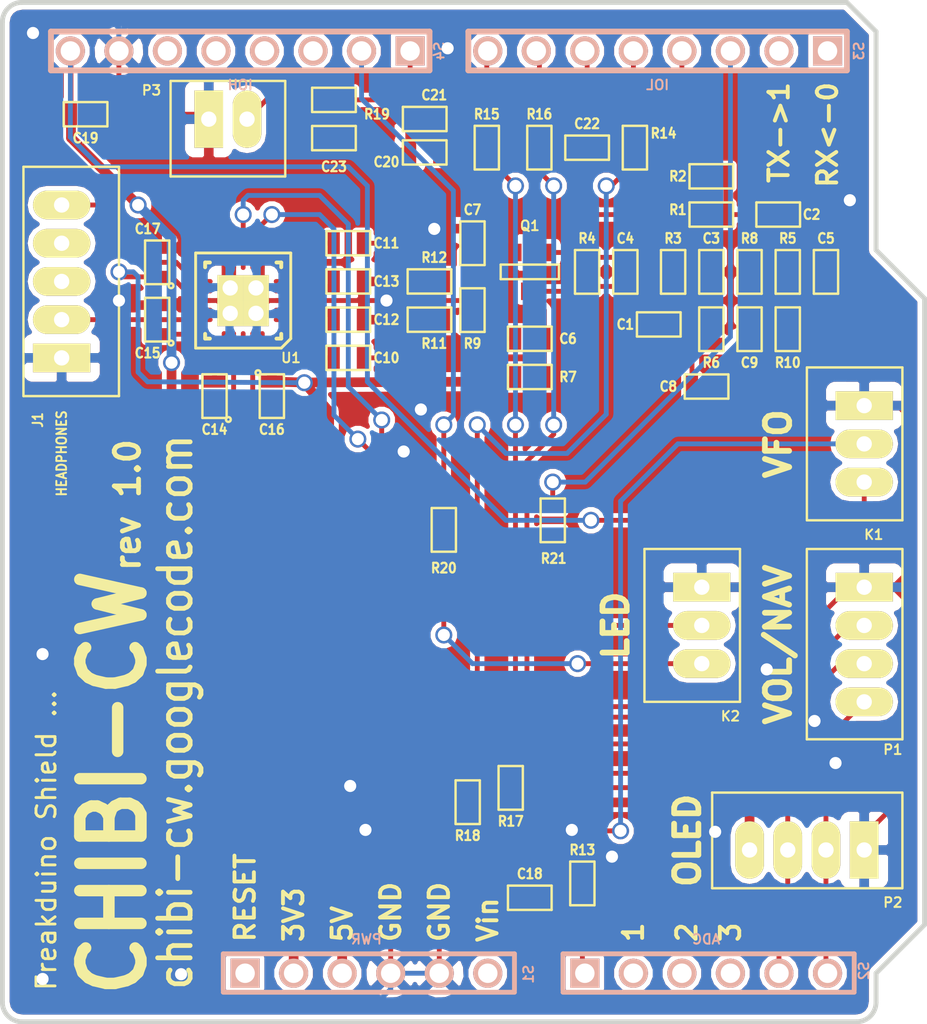
<source format=kicad_pcb>
(kicad_pcb (version 3) (host pcbnew "(2013-07-07 BZR 4022)-stable")
  (title_block (title "Chibi-CW 2.4GHz Transceiver") (rev v1.0) (company "Gruvin & Co"))
  (layers (15 F.Cu signal) (0 B.Cu signal) (18 B.Paste user) (19 F.Paste user) (20 B.SilkS user) (21 F.SilkS user) (22 B.Mask user) (23 F.Mask user) (28 Edge.Cuts user))
  (net 0 "")
  (net 1 3.3V)
  (net 2 5V)
  (net 3 AD0)
  (net 4 AD4/SDA)
  (net 5 AD5/SCL)
  (net 6 GND)
  (net 7 IO2)
  (net 8 IO3)
  (net 9 IO4)
  (net 10 IO5)
  (net 11 IO6)
  (net 12 IO7)
  (net 13 IO8)
  (net 14 IO9)
  (net 15 N-000001)
  (net 16 N-0000011)
  (net 17 N-0000012)
  (net 18 N-0000013)
  (net 19 N-0000014)
  (net 20 N-0000015)
  (net 21 N-0000016)
  (net 22 N-0000017)
  (net 23 N-0000018)
  (net 24 N-0000019)
  (net 25 N-0000020)
  (net 26 N-0000021)
  (net 27 N-0000022)
  (net 28 N-0000023)
  (net 29 N-0000025)
  (net 30 N-0000029)
  (net 31 N-000003)
  (net 32 N-0000037)
  (net 33 N-000004)
  (net 34 N-0000040)
  (net 35 N-0000041)
  (net 36 N-0000042)
  (net 37 N-000005)
  (net 38 N-0000050)
  (net 39 N-0000055)
  (net 40 N-0000056)
  (net 41 N-0000057)
  (net 42 N-0000058)
  (net 43 N-0000059)
  (net 44 N-000006)
  (net 45 N-000007)
  (net 46 N-000009)
  (module CONN_2MM_4x1 (layer F.Cu) (at 70.5 59 270)
    (fp_text reference P1 (at 5.5 -1.5 360) (layer F.SilkS) (effects (font (size 0.508 0.508) (thickness 0.1016))))
    (fp_text value CONN_4 hide)
    (pad 3 thru_hole oval (at 1 -0.00038 270) (size 1.50114 2.99974) (drill 0.8001) (layers *.Cu *.Mask F.SilkS) (net 37 N-000005))
    (pad 2 thru_hole oval (at -0.99898 -0.00038 270) (size 1.50114 2.99974) (drill 0.8001) (layers *.Cu *.Mask F.SilkS) (net 44 N-000006))
    (pad 1 thru_hole rect (at -3.0005 -0.00038 270) (size 1.50114 2.99974) (drill 0.8001) (layers *.Cu *.Mask F.SilkS) (net 6 GND))
    (pad 4 thru_hole oval (at 2.99898 -0.00038 270) (size 1.50114 2.99974) (drill 0.8001) (layers *.Cu *.Mask F.SilkS) (net 45 N-000007))
  )
  (module CONN_2MM_5x1 (layer F.Cu) (at 28.5 40 90)
    (fp_text reference J1 (at -7.25 -1.25 90) (layer F.SilkS) (effects (font (size 0.508 0.4572) (thickness 0.1016))))
    (fp_text value HEADPHONES (at -9 0 90) (layer F.SilkS) (effects (font (size 0.508 0.4572) (thickness 0.1016))))
    (pad 3 thru_hole oval (at 0 -0.00038 90) (size 1.50114 2.99974) (drill 0.8001) (layers *.Cu *.Mask F.SilkS))
    (pad 2 thru_hole oval (at -1.99898 -0.00038 90) (size 1.50114 2.99974) (drill 0.8001) (layers *.Cu *.Mask F.SilkS) (net 22 N-0000017))
    (pad 1 thru_hole rect (at -4.0005 -0.00038 90) (size 1.50114 2.99974) (drill 0.8001) (layers *.Cu *.Mask F.SilkS) (net 6 GND))
    (pad 4 thru_hole oval (at 1.99898 -0.00038 90) (size 1.50114 2.99974) (drill 0.8001) (layers *.Cu *.Mask F.SilkS))
    (pad 5 thru_hole oval (at 4.0005 -0.00038 90) (size 1.50114 2.99974) (drill 0.8001) (layers *.Cu *.Mask F.SilkS) (net 23 N-0000018))
  )
  (module pin_array_8x1 (layer B.Cu) (at 59.69 27.94 180)
    (fp_text reference S3 (at -10.541 0 450) (layer B.SilkS) (effects (font (size 0.508 0.508) (thickness 0.1016)) (justify mirror)))
    (fp_text value IOL (at 0 -1.778 180) (layer B.SilkS) (effects (font (size 0.508 0.508) (thickness 0.1016)) (justify mirror)))
    (pad 1 thru_hole rect (at -8.89 0 180) (size 1.524 1.524) (drill 1.016) (layers *.Cu *.Mask B.SilkS))
    (pad 2 thru_hole circle (at -6.35 0 180) (size 1.524 1.524) (drill 1.016) (layers *.Cu *.Mask B.SilkS))
    (pad 3 thru_hole circle (at -3.81 0 180) (size 1.524 1.524) (drill 1.016) (layers *.Cu *.Mask B.SilkS) (net 7 IO2))
    (pad 4 thru_hole circle (at -1.27 0 180) (size 1.524 1.524) (drill 1.016) (layers *.Cu *.Mask B.SilkS) (net 8 IO3))
    (pad 5 thru_hole circle (at 1.27 0 180) (size 1.524 1.524) (drill 1.016) (layers *.Cu *.Mask B.SilkS) (net 9 IO4))
    (pad 6 thru_hole circle (at 3.81 0 180) (size 1.524 1.524) (drill 1.016) (layers *.Cu *.Mask B.SilkS) (net 10 IO5))
    (pad 7 thru_hole circle (at 6.35 0 180) (size 1.524 1.524) (drill 1.016) (layers *.Cu *.Mask B.SilkS) (net 11 IO6))
    (pad 8 thru_hole circle (at 8.89 0 180) (size 1.524 1.524) (drill 1.016) (layers *.Cu *.Mask B.SilkS) (net 12 IO7))
  )
  (module pin_array_6x1 (layer B.Cu) (at 62.23 76.2)
    (fp_text reference S2 (at 8.255 -0.127 270) (layer B.SilkS) (effects (font (size 0.508 0.508) (thickness 0.1016)) (justify mirror)))
    (fp_text value ADC (at 0 -1.778) (layer B.SilkS) (effects (font (size 0.508 0.508) (thickness 0.1016)) (justify mirror)))
    (pad 1 thru_hole rect (at -6.35 0) (size 1.524 1.524) (drill 1.016) (layers *.Cu *.Mask B.SilkS) (net 3 AD0))
    (pad 2 thru_hole circle (at -3.81 0) (size 1.524 1.524) (drill 1.016) (layers *.Cu *.Mask B.SilkS))
    (pad 3 thru_hole circle (at -1.27 0) (size 1.524 1.524) (drill 1.016) (layers *.Cu *.Mask B.SilkS))
    (pad 4 thru_hole circle (at 1.27 0) (size 1.524 1.524) (drill 1.016) (layers *.Cu *.Mask B.SilkS))
    (pad 5 thru_hole circle (at 3.81 0) (size 1.524 1.524) (drill 1.016) (layers *.Cu *.Mask B.SilkS) (net 4 AD4/SDA))
    (pad 6 thru_hole circle (at 6.35 0) (size 1.524 1.524) (drill 1.016) (layers *.Cu *.Mask B.SilkS) (net 5 AD5/SCL))
  )
  (module pin_array_6x1 (layer B.Cu) (at 44.45 76.2)
    (fp_text reference S1 (at 8.4836 0.0508 270) (layer B.SilkS) (effects (font (size 0.508 0.508) (thickness 0.1016)) (justify mirror)))
    (fp_text value PWR (at 0 -1.778) (layer B.SilkS) (effects (font (size 0.508 0.508) (thickness 0.1016)) (justify mirror)))
    (pad 1 thru_hole rect (at -6.35 0) (size 1.524 1.524) (drill 1.016) (layers *.Cu *.Mask B.SilkS))
    (pad 2 thru_hole circle (at -3.81 0) (size 1.524 1.524) (drill 1.016) (layers *.Cu *.Mask B.SilkS) (net 1 3.3V))
    (pad 3 thru_hole circle (at -1.27 0) (size 1.524 1.524) (drill 1.016) (layers *.Cu *.Mask B.SilkS) (net 2 5V))
    (pad 4 thru_hole circle (at 1.27 0) (size 1.524 1.524) (drill 1.016) (layers *.Cu *.Mask B.SilkS) (net 6 GND))
    (pad 5 thru_hole circle (at 3.81 0) (size 1.524 1.524) (drill 1.016) (layers *.Cu *.Mask B.SilkS) (net 6 GND))
    (pad 6 thru_hole circle (at 6.35 0) (size 1.524 1.524) (drill 1.016) (layers *.Cu *.Mask B.SilkS))
  )
  (module pin_array_8x1 (layer B.Cu) (at 37.846 27.94 180)
    (fp_text reference S4 (at -10.414 0 450) (layer B.SilkS) (effects (font (size 0.508 0.508) (thickness 0.1016)) (justify mirror)))
    (fp_text value IOH (at 0 -1.778 180) (layer B.SilkS) (effects (font (size 0.508 0.508) (thickness 0.1016)) (justify mirror)))
    (pad 1 thru_hole rect (at -8.89 0 180) (size 1.524 1.524) (drill 1.016) (layers *.Cu *.Mask B.SilkS) (net 13 IO8))
    (pad 2 thru_hole circle (at -6.35 0 180) (size 1.524 1.524) (drill 1.016) (layers *.Cu *.Mask B.SilkS) (net 14 IO9))
    (pad 3 thru_hole circle (at -3.81 0 180) (size 1.524 1.524) (drill 1.016) (layers *.Cu *.Mask B.SilkS))
    (pad 4 thru_hole circle (at -1.27 0 180) (size 1.524 1.524) (drill 1.016) (layers *.Cu *.Mask B.SilkS))
    (pad 5 thru_hole circle (at 1.27 0 180) (size 1.524 1.524) (drill 1.016) (layers *.Cu *.Mask B.SilkS))
    (pad 6 thru_hole circle (at 3.81 0 180) (size 1.524 1.524) (drill 1.016) (layers *.Cu *.Mask B.SilkS))
    (pad 7 thru_hole circle (at 6.35 0 180) (size 1.524 1.524) (drill 1.016) (layers *.Cu *.Mask B.SilkS) (net 6 GND))
    (pad 8 thru_hole circle (at 8.89 0 180) (size 1.524 1.524) (drill 1.016) (layers *.Cu *.Mask B.SilkS) (net 1 3.3V))
  )
  (module SOT23EBC (layer F.Cu) (at 53 39.5)
    (fp_text reference Q1 (at 0 -2.413) (layer F.SilkS) (effects (font (size 0.508 0.508) (thickness 0.1016))))
    (fp_text value BC847 hide)
    (pad 1 smd rect (at -0.889 -1.016) (size 0.9144 0.9144) (layers F.Cu F.Paste F.Mask) (net 6 GND))
    (pad 2 smd rect (at 0.889 -1.016) (size 0.9144 0.9144) (layers F.Cu F.Paste F.Mask) (net 31 N-000003))
    (pad 3 smd rect (at 0 1.016) (size 0.9144 0.9144) (layers F.Cu F.Paste F.Mask) (net 42 N-0000058))
  )
  (module SM0603 (layer F.Cu) (at 53 45 180)
    (fp_text reference R7 (at -2 0 180) (layer F.SilkS) (effects (font (size 0.508 0.4572) (thickness 0.1143))))
    (fp_text value 470K hide)
    (pad 1 smd rect (at -0.762 0 180) (size 0.635 1.143) (layers F.Cu F.Paste F.Mask) (net 42 N-0000058))
    (pad 2 smd rect (at 0.762 0 180) (size 0.635 1.143) (layers F.Cu F.Paste F.Mask) (net 2 5V))
  )
  (module SM0603 (layer F.Cu) (at 62.25 45.5)
    (fp_text reference C8 (at -2 0) (layer F.SilkS) (effects (font (size 0.508 0.4572) (thickness 0.1143))))
    (fp_text value 10n hide)
    (pad 1 smd rect (at -0.762 0) (size 0.635 1.143) (layers F.Cu F.Paste F.Mask) (net 34 N-0000040))
    (pad 2 smd rect (at 0.762 0) (size 0.635 1.143) (layers F.Cu F.Paste F.Mask) (net 36 N-0000042))
  )
  (module SM0603 (layer F.Cu) (at 47.75 40 180)
    (fp_text reference R12 (at -0.25 1.25 180) (layer F.SilkS) (effects (font (size 0.508 0.4572) (thickness 0.1143))))
    (fp_text value 10K hide)
    (pad 1 smd rect (at -0.762 0 180) (size 0.635 1.143) (layers F.Cu F.Paste F.Mask) (net 26 N-0000021))
    (pad 2 smd rect (at 0.762 0 180) (size 0.635 1.143) (layers F.Cu F.Paste F.Mask) (net 18 N-0000013))
  )
  (module SM0603 (layer F.Cu) (at 47.75 42 180)
    (fp_text reference R11 (at -0.25 -1.25 180) (layer F.SilkS) (effects (font (size 0.508 0.4572) (thickness 0.1143))))
    (fp_text value 10K hide)
    (pad 1 smd rect (at -0.762 0 180) (size 0.635 1.143) (layers F.Cu F.Paste F.Mask) (net 26 N-0000021))
    (pad 2 smd rect (at 0.762 0 180) (size 0.635 1.143) (layers F.Cu F.Paste F.Mask) (net 21 N-0000016))
  )
  (module SM0603 (layer F.Cu) (at 43.5 40 180)
    (fp_text reference C13 (at -2 0 180) (layer F.SilkS) (effects (font (size 0.508 0.4572) (thickness 0.1143))))
    (fp_text value 470n hide)
    (pad 1 smd rect (at -0.762 0 180) (size 0.635 1.143) (layers F.Cu F.Paste F.Mask) (net 6 GND))
    (pad 2 smd rect (at 0.762 0 180) (size 0.635 1.143) (layers F.Cu F.Paste F.Mask) (net 16 N-0000011))
  )
  (module SM0603 (layer F.Cu) (at 43.5 38 180)
    (fp_text reference C11 (at -2 0 180) (layer F.SilkS) (effects (font (size 0.508 0.4572) (thickness 0.1143))))
    (fp_text value 470n hide)
    (pad 1 smd rect (at -0.762 0 180) (size 0.635 1.143) (layers F.Cu F.Paste F.Mask) (net 18 N-0000013))
    (pad 2 smd rect (at 0.762 0 180) (size 0.635 1.143) (layers F.Cu F.Paste F.Mask) (net 17 N-0000012))
  )
  (module SM0603 (layer F.Cu) (at 43.5 42 180)
    (fp_text reference C12 (at -2 0 180) (layer F.SilkS) (effects (font (size 0.508 0.4572) (thickness 0.1143))))
    (fp_text value 470n hide)
    (pad 1 smd rect (at -0.762 0 180) (size 0.635 1.143) (layers F.Cu F.Paste F.Mask) (net 6 GND))
    (pad 2 smd rect (at 0.762 0 180) (size 0.635 1.143) (layers F.Cu F.Paste F.Mask) (net 19 N-0000014))
  )
  (module SM0603 (layer F.Cu) (at 60.5 39.5 270)
    (fp_text reference R3 (at -1.75 0 360) (layer F.SilkS) (effects (font (size 0.508 0.4572) (thickness 0.1143))))
    (fp_text value 56K hide)
    (pad 1 smd rect (at -0.762 0 270) (size 0.635 1.143) (layers F.Cu F.Paste F.Mask) (net 38 N-0000050))
    (pad 2 smd rect (at 0.762 0 270) (size 0.635 1.143) (layers F.Cu F.Paste F.Mask) (net 41 N-0000057))
  )
  (module SM0603 (layer F.Cu) (at 62.5 39.5 270)
    (fp_text reference C3 (at -1.75 0 360) (layer F.SilkS) (effects (font (size 0.508 0.4572) (thickness 0.1143))))
    (fp_text value 2n2 hide)
    (pad 1 smd rect (at -0.762 0 270) (size 0.635 1.143) (layers F.Cu F.Paste F.Mask) (net 38 N-0000050))
    (pad 2 smd rect (at 0.762 0 270) (size 0.635 1.143) (layers F.Cu F.Paste F.Mask) (net 35 N-0000041))
  )
  (module SM0603 (layer F.Cu) (at 43.5 44 180)
    (fp_text reference C10 (at -2 0 180) (layer F.SilkS) (effects (font (size 0.508 0.4572) (thickness 0.1143))))
    (fp_text value 470n hide)
    (pad 1 smd rect (at -0.762 0 180) (size 0.635 1.143) (layers F.Cu F.Paste F.Mask) (net 21 N-0000016))
    (pad 2 smd rect (at 0.762 0 180) (size 0.635 1.143) (layers F.Cu F.Paste F.Mask) (net 20 N-0000015))
  )
  (module SM0603 (layer F.Cu) (at 62.5 42.5 270)
    (fp_text reference R6 (at 1.75 0 360) (layer F.SilkS) (effects (font (size 0.508 0.4572) (thickness 0.1143))))
    (fp_text value 1K5 hide)
    (pad 1 smd rect (at -0.762 0 270) (size 0.635 1.143) (layers F.Cu F.Paste F.Mask) (net 35 N-0000041))
    (pad 2 smd rect (at 0.762 0 270) (size 0.635 1.143) (layers F.Cu F.Paste F.Mask) (net 34 N-0000040))
  )
  (module SM0603 (layer F.Cu) (at 62.5 34.5)
    (fp_text reference R2 (at -1.75 0) (layer F.SilkS) (effects (font (size 0.508 0.4572) (thickness 0.1143))))
    (fp_text value 2K2 hide)
    (pad 1 smd rect (at -0.762 0) (size 0.635 1.143) (layers F.Cu F.Paste F.Mask) (net 8 IO3))
    (pad 2 smd rect (at 0.762 0) (size 0.635 1.143) (layers F.Cu F.Paste F.Mask) (net 46 N-000009))
  )
  (module SM0603 (layer F.Cu) (at 50 38 90)
    (fp_text reference C7 (at 1.75 0 180) (layer F.SilkS) (effects (font (size 0.508 0.4572) (thickness 0.1143))))
    (fp_text value 0u1 hide)
    (pad 1 smd rect (at -0.762 0 90) (size 0.635 1.143) (layers F.Cu F.Paste F.Mask) (net 26 N-0000021))
    (pad 2 smd rect (at 0.762 0 90) (size 0.635 1.143) (layers F.Cu F.Paste F.Mask) (net 6 GND))
  )
  (module SM0603 (layer F.Cu) (at 50 41.5 270)
    (fp_text reference R9 (at 1.75 0 360) (layer F.SilkS) (effects (font (size 0.508 0.4572) (thickness 0.1143))))
    (fp_text value 560R hide)
    (pad 1 smd rect (at -0.762 0 270) (size 0.635 1.143) (layers F.Cu F.Paste F.Mask) (net 26 N-0000021))
    (pad 2 smd rect (at 0.762 0 270) (size 0.635 1.143) (layers F.Cu F.Paste F.Mask) (net 33 N-000004))
  )
  (module SM0603 (layer F.Cu) (at 53 43 180)
    (fp_text reference C6 (at -2 0 180) (layer F.SilkS) (effects (font (size 0.508 0.4572) (thickness 0.1143))))
    (fp_text value 2u2 hide)
    (pad 1 smd rect (at -0.762 0 180) (size 0.635 1.143) (layers F.Cu F.Paste F.Mask) (net 42 N-0000058))
    (pad 2 smd rect (at 0.762 0 180) (size 0.635 1.143) (layers F.Cu F.Paste F.Mask) (net 33 N-000004))
  )
  (module SM0603 (layer F.Cu) (at 58 39.5 270)
    (fp_text reference C4 (at -1.75 0 360) (layer F.SilkS) (effects (font (size 0.508 0.4572) (thickness 0.1143))))
    (fp_text value 10n hide)
    (pad 1 smd rect (at -0.762 0 270) (size 0.635 1.143) (layers F.Cu F.Paste F.Mask) (net 31 N-000003))
    (pad 2 smd rect (at 0.762 0 270) (size 0.635 1.143) (layers F.Cu F.Paste F.Mask) (net 42 N-0000058))
  )
  (module SM0603 (layer F.Cu) (at 56 39.5 270)
    (fp_text reference R4 (at -1.75 0 360) (layer F.SilkS) (effects (font (size 0.508 0.4572) (thickness 0.1143))))
    (fp_text value 470K hide)
    (pad 1 smd rect (at -0.762 0 270) (size 0.635 1.143) (layers F.Cu F.Paste F.Mask) (net 31 N-000003))
    (pad 2 smd rect (at 0.762 0 270) (size 0.635 1.143) (layers F.Cu F.Paste F.Mask) (net 42 N-0000058))
  )
  (module SM0603 (layer F.Cu) (at 66.5 42.5 90)
    (fp_text reference R10 (at -1.75 0 180) (layer F.SilkS) (effects (font (size 0.508 0.4572) (thickness 0.1143))))
    (fp_text value 15K hide)
    (pad 1 smd rect (at -0.762 0 90) (size 0.635 1.143) (layers F.Cu F.Paste F.Mask) (net 36 N-0000042))
    (pad 2 smd rect (at 0.762 0 90) (size 0.635 1.143) (layers F.Cu F.Paste F.Mask) (net 43 N-0000059))
  )
  (module SM0603 (layer F.Cu) (at 59.75 42.25 180)
    (fp_text reference C1 (at 1.75 0 180) (layer F.SilkS) (effects (font (size 0.508 0.4572) (thickness 0.1143))))
    (fp_text value 2u2 hide)
    (pad 1 smd rect (at -0.762 0 180) (size 0.635 1.143) (layers F.Cu F.Paste F.Mask) (net 41 N-0000057))
    (pad 2 smd rect (at 0.762 0 180) (size 0.635 1.143) (layers F.Cu F.Paste F.Mask) (net 31 N-000003))
  )
  (module SM0603 (layer F.Cu) (at 64.5 42.5 90)
    (fp_text reference C9 (at -1.75 0 180) (layer F.SilkS) (effects (font (size 0.508 0.4572) (thickness 0.1143))))
    (fp_text value 10n hide)
    (pad 1 smd rect (at -0.762 0 90) (size 0.635 1.143) (layers F.Cu F.Paste F.Mask) (net 6 GND))
    (pad 2 smd rect (at 0.762 0 90) (size 0.635 1.143) (layers F.Cu F.Paste F.Mask) (net 43 N-0000059))
  )
  (module SM0603 (layer F.Cu) (at 64.5 39.5 270)
    (fp_text reference R8 (at -1.75 0 360) (layer F.SilkS) (effects (font (size 0.508 0.4572) (thickness 0.1143))))
    (fp_text value 5K6 hide)
    (pad 1 smd rect (at -0.762 0 270) (size 0.635 1.143) (layers F.Cu F.Paste F.Mask) (net 39 N-0000055))
    (pad 2 smd rect (at 0.762 0 270) (size 0.635 1.143) (layers F.Cu F.Paste F.Mask) (net 43 N-0000059))
  )
  (module SM0603 (layer F.Cu) (at 66.5 39.5 270)
    (fp_text reference R5 (at -1.75 0 360) (layer F.SilkS) (effects (font (size 0.508 0.4572) (thickness 0.1143))))
    (fp_text value 560R hide)
    (pad 1 smd rect (at -0.762 0 270) (size 0.635 1.143) (layers F.Cu F.Paste F.Mask) (net 32 N-0000037))
    (pad 2 smd rect (at 0.762 0 270) (size 0.635 1.143) (layers F.Cu F.Paste F.Mask) (net 39 N-0000055))
  )
  (module SM0603 (layer F.Cu) (at 66 36.5)
    (fp_text reference C2 (at 1.75 0) (layer F.SilkS) (effects (font (size 0.508 0.4572) (thickness 0.1143))))
    (fp_text value 2u2 hide)
    (pad 1 smd rect (at -0.762 0) (size 0.635 1.143) (layers F.Cu F.Paste F.Mask) (net 46 N-000009))
    (pad 2 smd rect (at 0.762 0) (size 0.635 1.143) (layers F.Cu F.Paste F.Mask) (net 32 N-0000037))
  )
  (module SM0603 (layer F.Cu) (at 68.5 39.5 270)
    (fp_text reference C5 (at -1.75 0 360) (layer F.SilkS) (effects (font (size 0.508 0.4572) (thickness 0.1143))))
    (fp_text value 100n hide)
    (pad 1 smd rect (at -0.762 0 270) (size 0.635 1.143) (layers F.Cu F.Paste F.Mask) (net 6 GND))
    (pad 2 smd rect (at 0.762 0 270) (size 0.635 1.143) (layers F.Cu F.Paste F.Mask) (net 39 N-0000055))
  )
  (module SM0603 (layer F.Cu) (at 62.5 36.5)
    (fp_text reference R1 (at -1.75 -0.25) (layer F.SilkS) (effects (font (size 0.508 0.4572) (thickness 0.1143))))
    (fp_text value 2K2 hide)
    (pad 1 smd rect (at -0.762 0) (size 0.635 1.143) (layers F.Cu F.Paste F.Mask) (net 10 IO5))
    (pad 2 smd rect (at 0.762 0) (size 0.635 1.143) (layers F.Cu F.Paste F.Mask) (net 46 N-000009))
  )
  (module SM0603_CPOL (layer F.Cu) (at 39.5 46 270)
    (fp_text reference C16 (at 1.75 0 360) (layer F.SilkS) (effects (font (size 0.508 0.4572) (thickness 0.1143))))
    (fp_text value 1u hide)
    (pad 1 smd rect (at -0.762 0 270) (size 0.635 1.143) (layers F.Cu F.Paste F.Mask) (net 2 5V))
    (pad 2 smd rect (at 0.762 0 270) (size 0.635 1.143) (layers F.Cu F.Paste F.Mask) (net 40 N-0000056))
  )
  (module SM0603_CPOL (layer F.Cu) (at 36.5 46 90)
    (fp_text reference C14 (at -1.75 0 180) (layer F.SilkS) (effects (font (size 0.508 0.4572) (thickness 0.1143))))
    (fp_text value 1u hide)
    (pad 1 smd rect (at -0.762 0 90) (size 0.635 1.143) (layers F.Cu F.Paste F.Mask) (net 24 N-0000019))
    (pad 2 smd rect (at 0.762 0 90) (size 0.635 1.143) (layers F.Cu F.Paste F.Mask) (net 25 N-0000020))
  )
  (module SM0603_CPOL (layer F.Cu) (at 33.5 42 90)
    (fp_text reference C15 (at -1.75 -0.5 180) (layer F.SilkS) (effects (font (size 0.508 0.4572) (thickness 0.1143))))
    (fp_text value 1u hide)
    (pad 1 smd rect (at -0.762 0 90) (size 0.635 1.143) (layers F.Cu F.Paste F.Mask) (net 27 N-0000022))
    (pad 2 smd rect (at 0.762 0 90) (size 0.635 1.143) (layers F.Cu F.Paste F.Mask) (net 6 GND))
  )
  (module SM0603_CPOL (layer F.Cu) (at 33.5 39 90)
    (fp_text reference C17 (at 1.75 -0.5 180) (layer F.SilkS) (effects (font (size 0.508 0.4572) (thickness 0.1143))))
    (fp_text value 1u hide)
    (pad 1 smd rect (at -0.762 0 90) (size 0.635 1.143) (layers F.Cu F.Paste F.Mask) (net 2 5V))
    (pad 2 smd rect (at 0.762 0 90) (size 0.635 1.143) (layers F.Cu F.Paste F.Mask) (net 6 GND))
  )
  (module SM0603 (layer F.Cu) (at 53 72.25)
    (fp_text reference C18 (at 0 -1.25) (layer F.SilkS) (effects (font (size 0.508 0.4572) (thickness 0.1143))))
    (fp_text value 100n hide)
    (pad 1 smd rect (at -0.762 0) (size 0.635 1.143) (layers F.Cu F.Paste F.Mask) (net 6 GND))
    (pad 2 smd rect (at 0.762 0) (size 0.635 1.143) (layers F.Cu F.Paste F.Mask) (net 3 AD0))
  )
  (module SM0603 (layer F.Cu) (at 55.75 71.5 90)
    (fp_text reference R13 (at 1.75 0 180) (layer F.SilkS) (effects (font (size 0.508 0.4572) (thickness 0.1143))))
    (fp_text value 200 hide)
    (pad 1 smd rect (at -0.762 0 90) (size 0.635 1.143) (layers F.Cu F.Paste F.Mask) (net 3 AD0))
    (pad 2 smd rect (at 0.762 0 90) (size 0.635 1.143) (layers F.Cu F.Paste F.Mask) (net 15 N-000001))
  )
  (module SM0603 (layer F.Cu) (at 29.75 31.25 180)
    (fp_text reference C19 (at 0 -1.25 180) (layer F.SilkS) (effects (font (size 0.508 0.4572) (thickness 0.1143))))
    (fp_text value 100n hide)
    (pad 1 smd rect (at -0.762 0 180) (size 0.635 1.143) (layers F.Cu F.Paste F.Mask) (net 6 GND))
    (pad 2 smd rect (at 0.762 0 180) (size 0.635 1.143) (layers F.Cu F.Paste F.Mask) (net 1 3.3V))
  )
  (module SM0603 (layer F.Cu) (at 50.75 33 270)
    (fp_text reference R15 (at -1.75 0 360) (layer F.SilkS) (effects (font (size 0.508 0.4572) (thickness 0.1143))))
    (fp_text value 200 hide)
    (pad 1 smd rect (at -0.762 0 270) (size 0.635 1.143) (layers F.Cu F.Paste F.Mask) (net 12 IO7))
    (pad 2 smd rect (at 0.762 0 270) (size 0.635 1.143) (layers F.Cu F.Paste F.Mask) (net 37 N-000005))
  )
  (module SM0603 (layer F.Cu) (at 58.5 33 270)
    (fp_text reference R14 (at -0.75 -1.5 360) (layer F.SilkS) (effects (font (size 0.508 0.4572) (thickness 0.1143))))
    (fp_text value 200 hide)
    (pad 1 smd rect (at -0.762 0 270) (size 0.635 1.143) (layers F.Cu F.Paste F.Mask) (net 9 IO4))
    (pad 2 smd rect (at 0.762 0 270) (size 0.635 1.143) (layers F.Cu F.Paste F.Mask) (net 45 N-000007))
  )
  (module SM0603 (layer F.Cu) (at 53.5 33 270)
    (fp_text reference R16 (at -1.75 0 360) (layer F.SilkS) (effects (font (size 0.508 0.4572) (thickness 0.1143))))
    (fp_text value 200 hide)
    (pad 1 smd rect (at -0.762 0 270) (size 0.635 1.143) (layers F.Cu F.Paste F.Mask) (net 11 IO6))
    (pad 2 smd rect (at 0.762 0 270) (size 0.635 1.143) (layers F.Cu F.Paste F.Mask) (net 44 N-000006))
  )
  (module SM0603 (layer F.Cu) (at 56 33)
    (fp_text reference C22 (at 0 -1.25) (layer F.SilkS) (effects (font (size 0.508 0.4572) (thickness 0.1143))))
    (fp_text value 100n hide)
    (pad 1 smd rect (at -0.762 0) (size 0.635 1.143) (layers F.Cu F.Paste F.Mask) (net 6 GND))
    (pad 2 smd rect (at 0.762 0) (size 0.635 1.143) (layers F.Cu F.Paste F.Mask) (net 9 IO4))
  )
  (module SM0603 (layer F.Cu) (at 47.5 31.5)
    (fp_text reference C21 (at 0.5 -1.25) (layer F.SilkS) (effects (font (size 0.508 0.4572) (thickness 0.1143))))
    (fp_text value 100n hide)
    (pad 1 smd rect (at -0.762 0) (size 0.635 1.143) (layers F.Cu F.Paste F.Mask) (net 6 GND))
    (pad 2 smd rect (at 0.762 0) (size 0.635 1.143) (layers F.Cu F.Paste F.Mask) (net 12 IO7))
  )
  (module SM0603 (layer F.Cu) (at 47.5 33.25)
    (fp_text reference C20 (at -2 0.5) (layer F.SilkS) (effects (font (size 0.508 0.4572) (thickness 0.1143))))
    (fp_text value 100n hide)
    (pad 1 smd rect (at -0.762 0) (size 0.635 1.143) (layers F.Cu F.Paste F.Mask) (net 6 GND))
    (pad 2 smd rect (at 0.762 0) (size 0.635 1.143) (layers F.Cu F.Paste F.Mask) (net 11 IO6))
  )
  (module CONN_2MM_3x1 (layer F.Cu) (at 70.5 48.5 270)
    (fp_text reference K1 (at 4.75 -0.5 360) (layer F.SilkS) (effects (font (size 0.508 0.508) (thickness 0.1016))))
    (fp_text value CONN_3 hide)
    (pad 3 thru_hole oval (at 1.99898 -0.00038 270) (size 1.50114 2.99974) (drill 0.8001) (layers *.Cu *.Mask F.SilkS) (net 1 3.3V))
    (pad 2 thru_hole oval (at 0 -0.00038 270) (size 1.50114 2.99974) (drill 0.8001) (layers *.Cu *.Mask F.SilkS) (net 15 N-000001))
    (pad 1 thru_hole rect (at -2.00152 -0.00038 270) (size 1.50114 2.99974) (drill 0.8001) (layers *.Cu *.Mask F.SilkS) (net 6 GND))
  )
  (module SM0603 (layer F.Cu) (at 49.75 67.25 270)
    (fp_text reference R18 (at 1.75 0 360) (layer F.SilkS) (effects (font (size 0.508 0.4572) (thickness 0.1143))))
    (fp_text value 2K2 hide)
    (pad 1 smd rect (at -0.762 0 270) (size 0.635 1.143) (layers F.Cu F.Paste F.Mask) (net 4 AD4/SDA))
    (pad 2 smd rect (at 0.762 0 270) (size 0.635 1.143) (layers F.Cu F.Paste F.Mask) (net 2 5V))
  )
  (module SM0603 (layer F.Cu) (at 52 66.5 270)
    (fp_text reference R17 (at 1.75 0 360) (layer F.SilkS) (effects (font (size 0.508 0.4572) (thickness 0.1143))))
    (fp_text value 2K2 hide)
    (pad 1 smd rect (at -0.762 0 270) (size 0.635 1.143) (layers F.Cu F.Paste F.Mask) (net 5 AD5/SCL))
    (pad 2 smd rect (at 0.762 0 270) (size 0.635 1.143) (layers F.Cu F.Paste F.Mask) (net 2 5V))
  )
  (module SM0603 (layer F.Cu) (at 48.5 53 270)
    (fp_text reference R20 (at 2 0 360) (layer F.SilkS) (effects (font (size 0.508 0.4572) (thickness 0.1143))))
    (fp_text value 1K5 hide)
    (pad 1 smd rect (at -0.762 0 270) (size 0.635 1.143) (layers F.Cu F.Paste F.Mask) (net 14 IO9))
    (pad 2 smd rect (at 0.762 0 270) (size 0.635 1.143) (layers F.Cu F.Paste F.Mask) (net 28 N-0000023))
  )
  (module SM0603 (layer F.Cu) (at 54.2 52.5 270)
    (fp_text reference R21 (at 2 -0.05 360) (layer F.SilkS) (effects (font (size 0.508 0.4572) (thickness 0.1143))))
    (fp_text value 1K hide)
    (pad 1 smd rect (at -0.762 0 270) (size 0.635 1.143) (layers F.Cu F.Paste F.Mask) (net 7 IO2))
    (pad 2 smd rect (at 0.762 0 270) (size 0.635 1.143) (layers F.Cu F.Paste F.Mask) (net 30 N-0000029))
  )
  (module SM0603 (layer F.Cu) (at 42.75 30.5 180)
    (fp_text reference R19 (at -2.25 -0.75 180) (layer F.SilkS) (effects (font (size 0.508 0.4572) (thickness 0.1143))))
    (fp_text value 200 hide)
    (pad 1 smd rect (at -0.762 0 180) (size 0.635 1.143) (layers F.Cu F.Paste F.Mask) (net 13 IO8))
    (pad 2 smd rect (at 0.762 0 180) (size 0.635 1.143) (layers F.Cu F.Paste F.Mask) (net 29 N-0000025))
  )
  (module SM0603 (layer F.Cu) (at 42.75 32.5)
    (fp_text reference C23 (at 0 1.5) (layer F.SilkS) (effects (font (size 0.508 0.4572) (thickness 0.1143))))
    (fp_text value 100n hide)
    (pad 1 smd rect (at -0.762 0) (size 0.635 1.143) (layers F.Cu F.Paste F.Mask) (net 6 GND))
    (pad 2 smd rect (at 0.762 0) (size 0.635 1.143) (layers F.Cu F.Paste F.Mask) (net 13 IO8))
  )
  (module CONN_2MM_4x1 (layer F.Cu) (at 67.5 69.75 180)
    (fp_text reference P2 (at -4.5 -2.75 180) (layer F.SilkS) (effects (font (size 0.508 0.508) (thickness 0.1016))))
    (fp_text value CONN_4 hide)
    (pad 3 thru_hole oval (at 1 -0.00038 180) (size 1.50114 2.99974) (drill 0.8001) (layers *.Cu *.Mask F.SilkS) (net 4 AD4/SDA))
    (pad 2 thru_hole oval (at -0.99898 -0.00038 180) (size 1.50114 2.99974) (drill 0.8001) (layers *.Cu *.Mask F.SilkS) (net 5 AD5/SCL))
    (pad 1 thru_hole rect (at -3.0005 -0.00038 180) (size 1.50114 2.99974) (drill 0.8001) (layers *.Cu *.Mask F.SilkS) (net 6 GND))
    (pad 4 thru_hole oval (at 2.99898 -0.00038 180) (size 1.50114 2.99974) (drill 0.8001) (layers *.Cu *.Mask F.SilkS) (net 2 5V))
  )
  (module CONN_2MM_3x1 (layer F.Cu) (at 62 58 270)
    (fp_text reference K2 (at 4.75 -1.5 360) (layer F.SilkS) (effects (font (size 0.508 0.508) (thickness 0.1016))))
    (fp_text value CONN_3 hide)
    (pad 3 thru_hole oval (at 1.99898 -0.00038 270) (size 1.50114 2.99974) (drill 0.8001) (layers *.Cu *.Mask F.SilkS) (net 28 N-0000023))
    (pad 2 thru_hole oval (at 0 -0.00038 270) (size 1.50114 2.99974) (drill 0.8001) (layers *.Cu *.Mask F.SilkS) (net 30 N-0000029))
    (pad 1 thru_hole rect (at -2.00152 -0.00038 270) (size 1.50114 2.99974) (drill 0.8001) (layers *.Cu *.Mask F.SilkS) (net 6 GND))
  )
  (module CONN_2MM_2x1 (layer F.Cu) (at 37.2 31.5)
    (fp_text reference P3 (at -4 -1.5) (layer F.SilkS) (effects (font (size 0.508 0.508) (thickness 0.1016))))
    (fp_text value CONN_2 hide)
    (pad 2 thru_hole oval (at 1.00152 0.00762) (size 1.50114 2.99974) (drill 0.8001) (layers *.Cu *.Mask F.SilkS) (net 29 N-0000025))
    (pad 1 thru_hole rect (at -1 0.00762) (size 1.50114 2.99974) (drill 0.8001) (layers *.Cu *.Mask F.SilkS) (net 6 GND))
  )
  (module QFN20 (layer F.Cu) (at 38 41 180)
    (fp_text reference U1 (at -2.5 -3 180) (layer F.SilkS) (effects (font (size 0.508 0.508) (thickness 0.1016))))
    (fp_text value TPA6130A2 hide)
    (pad 1 smd oval (at -2 -1 180) (size 0.8001 0.24892) (layers F.Cu F.Paste F.Mask) (net 20 N-0000015))
    (pad 2 smd oval (at -2 -0.5 180) (size 0.8001 0.24892) (layers F.Cu F.Paste F.Mask) (net 19 N-0000014))
    (pad 3 smd oval (at -2 0 180) (size 0.8001 0.24892) (layers F.Cu F.Paste F.Mask) (net 6 GND))
    (pad 4 smd oval (at -2 0.5 180) (size 0.8001 0.24892) (layers F.Cu F.Paste F.Mask) (net 16 N-0000011))
    (pad 5 smd oval (at -2 1 180) (size 0.8001 0.24892) (layers F.Cu F.Paste F.Mask) (net 17 N-0000012))
    (pad 7 smd oval (at -0.5 2 270) (size 0.8001 0.24892) (layers F.Cu F.Paste F.Mask) (net 4 AD4/SDA))
    (pad 8 smd oval (at 0 2 270) (size 0.8001 0.24892) (layers F.Cu F.Paste F.Mask) (net 5 AD5/SCL))
    (pad 9 smd oval (at 0.5 2 270) (size 0.8001 0.24892) (layers F.Cu F.Paste F.Mask) (net 6 GND))
    (pad 10 smd oval (at 1 2 270) (size 0.8001 0.24892) (layers F.Cu F.Paste F.Mask) (net 6 GND))
    (pad 6 smd oval (at -1 2 270) (size 0.8001 0.24892) (layers F.Cu F.Paste F.Mask) (net 6 GND))
    (pad 11 smd oval (at 2 1) (size 0.8001 0.24892) (layers F.Cu F.Paste F.Mask) (net 23 N-0000018))
    (pad 12 smd oval (at 2 0.5) (size 0.8001 0.24892) (layers F.Cu F.Paste F.Mask) (net 2 5V))
    (pad 13 smd oval (at 2 0) (size 0.8001 0.24892) (layers F.Cu F.Paste F.Mask) (net 6 GND))
    (pad 14 smd oval (at 2 -0.5) (size 0.8001 0.24892) (layers F.Cu F.Paste F.Mask) (net 22 N-0000017))
    (pad 15 smd oval (at 2 -1) (size 0.8001 0.24892) (layers F.Cu F.Paste F.Mask) (net 27 N-0000022))
    (pad 16 smd oval (at 1 -2 90) (size 0.8001 0.24892) (layers F.Cu F.Paste F.Mask) (net 27 N-0000022))
    (pad 17 smd oval (at 0.5 -2 90) (size 0.8001 0.24892) (layers F.Cu F.Paste F.Mask) (net 25 N-0000020))
    (pad 18 smd oval (at 0 -2 90) (size 0.8001 0.24892) (layers F.Cu F.Paste F.Mask) (net 24 N-0000019))
    (pad 19 smd oval (at -0.5 -2 90) (size 0.8001 0.24892) (layers F.Cu F.Paste F.Mask) (net 40 N-0000056))
    (pad 20 smd oval (at -1 -2 90) (size 0.8001 0.24892) (layers F.Cu F.Paste F.Mask) (net 2 5V))
    (pad 3 thru_hole rect (at 0.68 -0.67 90) (size 1.335 1.35) (drill 0.8) (layers *.Cu *.Mask F.SilkS) (net 6 GND))
    (pad 3 thru_hole rect (at -0.67 -0.67 90) (size 1.335 1.35) (drill 0.8) (layers *.Cu *.Mask F.SilkS) (net 6 GND))
    (pad 3 thru_hole rect (at -0.67 0.66 90) (size 1.335 1.35) (drill 0.8) (layers *.Cu *.Mask F.SilkS) (net 6 GND))
    (pad 3 thru_hole rect (at 0.68 0.66 90) (size 1.335 1.35) (drill 0.8) (layers *.Cu *.Mask F.SilkS) (net 6 GND))
  )
  (gr_text OLED (at 61.25 69.25 90) (layer F.SilkS) (effects (font (size 1.27 1.27) (thickness 0.3))))
  (gr_text TX->1 (at 66.04 29.464 90) (layer F.SilkS) (effects (font (size 1.016 1.016) (thickness 0.2032)) (justify right)))
  (gr_text LED (at 57.5 58 90) (layer F.SilkS) (effects (font (size 1.27 1.27) (thickness 0.3))))
  (gr_text "Freakduino Shield ..." (at 27.7 77.2 90) (layer F.SilkS) (effects (font (size 1 1)) (justify left)))
  (gr_text "rev 1.0" (at 31.95 51.7 90) (layer F.SilkS) (effects (font (size 1.27 1.27) (thickness 0.25))))
  (gr_text chibi-cw.googlecode.com (at 34.45 77.2 90) (layer F.SilkS) (effects (font (size 1.7 1.5) (thickness 0.25)) (justify left)))
  (gr_text CHIBI-CW (at 31.2 77.7 90) (layer F.SilkS) (effects (font (size 3.2 3) (thickness 0.6)) (justify left)))
  (gr_text VFO (at 66 48.5 90) (layer F.SilkS) (effects (font (size 1.27 1.27) (thickness 0.3))))
  (gr_text VOL/NAV (at 66 59 90) (layer F.SilkS) (effects (font (size 1.27 1.27) (thickness 0.3))))
  (gr_line (start 71.12 38.354) (end 71.12 26.924) (angle 90) (layer Edge.Cuts) (width 0.254))
  (gr_line (start 73.66 40.894) (end 71.12 38.354) (angle 90) (layer Edge.Cuts) (width 0.254))
  (gr_line (start 73.66 73.66) (end 73.66 40.894) (angle 90) (layer Edge.Cuts) (width 0.254))
  (gr_text RESET (at 38.1 74.676 90) (layer F.SilkS) (effects (font (size 1.016 1.016) (thickness 0.2032)) (justify left)))
  (gr_text 3V3 (at 40.64 74.676 90) (layer F.SilkS) (effects (font (size 1.016 1.016) (thickness 0.2032)) (justify left)))
  (gr_text 5V (at 43.18 74.676 90) (layer F.SilkS) (effects (font (size 1.016 1.016) (thickness 0.2032)) (justify left)))
  (gr_text GND (at 45.72 74.676 90) (layer F.SilkS) (effects (font (size 1.016 1.016) (thickness 0.2032)) (justify left)))
  (gr_text GND (at 48.26 74.676 90) (layer F.SilkS) (effects (font (size 1.016 1.016) (thickness 0.2032)) (justify left)))
  (gr_text Vin (at 50.8 74.676 90) (layer F.SilkS) (effects (font (size 1.016 1.016) (thickness 0.2032)) (justify left)))
  (gr_text 1 (at 58.42 74.676 90) (layer F.SilkS) (effects (font (size 1.016 1.016) (thickness 0.2032)) (justify left)))
  (gr_text 2 (at 61.214 74.676 90) (layer F.SilkS) (effects (font (size 1.016 1.016) (thickness 0.2032)) (justify left)))
  (gr_text 3 (at 63.5 74.676 90) (layer F.SilkS) (effects (font (size 1.016 1.016) (thickness 0.2032)) (justify left)))
  (gr_text RX<-0 (at 68.58 29.464 90) (layer F.SilkS) (effects (font (size 1.016 1.016) (thickness 0.2032)) (justify right)))
  (gr_arc (start 70.104 77.724) (end 71.12 77.724) (angle 90) (layer Edge.Cuts) (width 0.254))
  (gr_arc (start 26.416 77.724) (end 26.416 78.74) (angle 90) (layer Edge.Cuts) (width 0.254))
  (gr_arc (start 26.416 26.416) (end 25.4 26.416) (angle 90) (layer Edge.Cuts) (width 0.254))
  (gr_line (start 25.4 77.724) (end 25.4 26.416) (angle 90) (layer Edge.Cuts) (width 0.254))
  (gr_line (start 71.12 26.924) (end 69.596 25.4) (angle 90) (layer Edge.Cuts) (width 0.254))
  (gr_line (start 71.12 76.2) (end 73.66 73.66) (angle 90) (layer Edge.Cuts) (width 0.254))
  (gr_line (start 71.12 77.724) (end 71.12 76.2) (angle 90) (layer Edge.Cuts) (width 0.254))
  (gr_line (start 26.416 25.4) (end 69.596 25.4) (angle 90) (layer Edge.Cuts) (width 0.254))
  (gr_line (start 26.416 78.74) (end 70.104 78.74) (angle 90) (layer Edge.Cuts) (width 0.254))
  (segment (start 44.5 45.25) (end 51.75 52.5) (width 0.254) (layer B.Cu) (net 1))
  (segment (start 28.956 32.456) (end 30.5 34) (width 0.254) (layer B.Cu) (net 1))
  (segment (start 30.5 34) (end 43.5 34) (width 0.254) (layer B.Cu) (net 1))
  (segment (start 43.5 34) (end 44.5 35) (width 0.254) (layer B.Cu) (net 1))
  (segment (start 44.5 35) (end 44.5 45.25) (width 0.254) (layer B.Cu) (net 1))
  (segment (start 28.956 27.94) (end 28.956 32.456) (width 0.254) (layer B.Cu) (net 1))
  (segment (start 70.50038 51.69962) (end 70.50038 50.49898) (width 0.254) (layer F.Cu) (net 1))
  (segment (start 69.7 52.5) (end 70.50038 51.69962) (width 0.254) (layer F.Cu) (net 1))
  (segment (start 56.2 52.5) (end 69.7 52.5) (width 0.254) (layer F.Cu) (net 1))
  (via (at 56.2 52.5) (size 0.889) (layers F.Cu B.Cu) (net 1))
  (segment (start 51.75 52.5) (end 56.2 52.5) (width 0.254) (layer B.Cu) (net 1))
  (segment (start 28.988 31.25) (end 28.988 32.488) (width 0.508) (layer F.Cu) (net 1))
  (segment (start 28.988 32.488) (end 32.5 36) (width 0.508) (layer F.Cu) (net 1))
  (via (at 32.5 36) (size 0.889) (layers F.Cu B.Cu) (net 1))
  (segment (start 32.5 36) (end 34.25 37.75) (width 0.508) (layer B.Cu) (net 1))
  (segment (start 34.25 37.75) (end 34.25 44.25) (width 0.508) (layer B.Cu) (net 1))
  (via (at 34.25 44.25) (size 0.889) (layers F.Cu B.Cu) (net 1))
  (segment (start 34.25 44.25) (end 34.25 49.5) (width 0.508) (layer F.Cu) (net 1))
  (segment (start 34.25 49.5) (end 40.64 55.89) (width 0.508) (layer F.Cu) (net 1))
  (segment (start 40.64 55.89) (end 40.64 76.2) (width 0.508) (layer F.Cu) (net 1))
  (segment (start 28.988 31.25) (end 28.988 27.972) (width 0.254) (layer F.Cu) (net 1))
  (segment (start 28.988 27.972) (end 28.956 27.94) (width 0.254) (layer F.Cu) (net 1))
  (segment (start 28.988 31.25) (end 28.956 31.218) (width 0.254) (layer F.Cu) (net 1))
  (segment (start 52 67.262) (end 64.012 67.262) (width 0.508) (layer F.Cu) (net 2))
  (segment (start 64.50102 67.75102) (end 64.50102 69.75038) (width 0.508) (layer F.Cu) (net 2))
  (segment (start 64.012 67.262) (end 64.50102 67.75102) (width 0.508) (layer F.Cu) (net 2))
  (segment (start 49.75 68.012) (end 51.25 68.012) (width 0.508) (layer F.Cu) (net 2))
  (segment (start 51.25 68.012) (end 52 67.262) (width 0.508) (layer F.Cu) (net 2))
  (segment (start 43.18 67.5) (end 49.238 67.5) (width 0.508) (layer F.Cu) (net 2))
  (segment (start 49.238 67.5) (end 49.75 68.012) (width 0.508) (layer F.Cu) (net 2))
  (segment (start 52 67.262) (end 52.262 67.262) (width 0.254) (layer F.Cu) (net 2))
  (segment (start 52.262 67.262) (end 52.5 67.5) (width 0.254) (layer F.Cu) (net 2))
  (segment (start 52.5 67.5) (end 52 67.262) (width 0.254) (layer F.Cu) (net 2))
  (segment (start 49.75 68.012) (end 49.75 67.5) (width 0.254) (layer F.Cu) (net 2))
  (segment (start 52.5 67.5) (end 52 67.262) (width 0.254) (layer F.Cu) (net 2))
  (segment (start 52.262 67.262) (end 52.5 67.5) (width 0.254) (layer F.Cu) (net 2))
  (segment (start 41.2 45.3) (end 42.5 46.8) (width 0.508) (layer F.Cu) (net 2))
  (segment (start 42.5 66.82) (end 43.18 67.5) (width 0.508) (layer F.Cu) (net 2))
  (segment (start 42.5 46.8) (end 42.5 66.82) (width 0.508) (layer F.Cu) (net 2))
  (segment (start 41.2 45.3) (end 33 45.25) (width 0.254) (layer B.Cu) (net 2))
  (via (at 41.2 45.3) (size 0.889) (layers F.Cu B.Cu) (net 2))
  (segment (start 32.25 39.5) (end 32.5 39.75) (width 0.254) (layer B.Cu) (net 2))
  (segment (start 32.5 39.75) (end 32.5 44.75) (width 0.254) (layer B.Cu) (net 2))
  (segment (start 32.5 44.75) (end 33 45.25) (width 0.254) (layer B.Cu) (net 2))
  (segment (start 31.762 39.762) (end 33.5 39.762) (width 0.254) (layer F.Cu) (net 2))
  (via (at 31.5 39.5) (size 0.889) (layers F.Cu B.Cu) (net 2))
  (segment (start 31.762 39.762) (end 31.5 39.5) (width 0.254) (layer F.Cu) (net 2))
  (segment (start 31.5 39.5) (end 32.25 39.5) (width 0.254) (layer B.Cu) (net 2))
  (segment (start 43.18 76.2) (end 43.18 69) (width 0.508) (layer F.Cu) (net 2))
  (segment (start 43.18 69) (end 43.18 67.5) (width 0.508) (layer F.Cu) (net 2))
  (segment (start 41.2 45.3) (end 41.2 45.288) (width 0.254) (layer F.Cu) (net 2))
  (segment (start 52.238 45) (end 52 45.238) (width 0.508) (layer F.Cu) (net 2))
  (segment (start 52 45.238) (end 41.2 45.288) (width 0.508) (layer F.Cu) (net 2))
  (segment (start 41.2 45.288) (end 39.5 45.238) (width 0.508) (layer F.Cu) (net 2))
  (segment (start 39 43) (end 39 43.5) (width 0.254) (layer F.Cu) (net 2))
  (segment (start 39 43.5) (end 39.5 44) (width 0.254) (layer F.Cu) (net 2))
  (segment (start 39.5 44) (end 39.5 45.238) (width 0.508) (layer F.Cu) (net 2))
  (segment (start 36 40.5) (end 35 40.5) (width 0.254) (layer F.Cu) (net 2))
  (segment (start 35 40.5) (end 34.262 39.762) (width 0.254) (layer F.Cu) (net 2))
  (segment (start 34.262 39.762) (end 33.5 39.762) (width 0.254) (layer F.Cu) (net 2))
  (segment (start 55.75 72.262) (end 53.774 72.262) (width 0.254) (layer F.Cu) (net 3))
  (segment (start 53.774 72.262) (end 53.762 72.25) (width 0.254) (layer F.Cu) (net 3))
  (segment (start 55.75 72.262) (end 55.75 76.07) (width 0.254) (layer F.Cu) (net 3))
  (segment (start 55.75 76.07) (end 55.88 76.2) (width 0.254) (layer F.Cu) (net 3))
  (segment (start 49.75 66.488) (end 49.512 66.25) (width 0.254) (layer F.Cu) (net 4))
  (segment (start 42.75 47) (end 44 48.25) (width 0.254) (layer B.Cu) (net 4))
  (via (at 44 48.25) (size 0.889) (layers F.Cu B.Cu) (net 4))
  (segment (start 39.5 36.5) (end 42 36.5) (width 0.254) (layer B.Cu) (net 4))
  (segment (start 38.5 37.5) (end 39.5 36.5) (width 0.254) (layer F.Cu) (net 4))
  (via (at 39.5 36.5) (size 0.889) (layers F.Cu B.Cu) (net 4))
  (segment (start 38.5 37.5) (end 38.5 39) (width 0.254) (layer F.Cu) (net 4))
  (segment (start 42 36.5) (end 42.75 37.25) (width 0.254) (layer B.Cu) (net 4))
  (segment (start 42.75 37.25) (end 42.75 47) (width 0.254) (layer B.Cu) (net 4))
  (segment (start 44.75 49) (end 44 48.25) (width 0.254) (layer F.Cu) (net 4))
  (segment (start 44.75 65.5) (end 44.75 49) (width 0.254) (layer F.Cu) (net 4))
  (segment (start 45.5 66.25) (end 44.75 65.5) (width 0.254) (layer F.Cu) (net 4))
  (segment (start 49.512 66.25) (end 45.5 66.25) (width 0.254) (layer F.Cu) (net 4))
  (segment (start 49.75 66.488) (end 65.488 66.488) (width 0.254) (layer F.Cu) (net 4))
  (segment (start 66.5 67.5) (end 66.5 69.75038) (width 0.254) (layer F.Cu) (net 4))
  (segment (start 65.488 66.488) (end 66.5 67.5) (width 0.254) (layer F.Cu) (net 4))
  (segment (start 49.738 66.5) (end 49.75 66.488) (width 0.254) (layer F.Cu) (net 4))
  (segment (start 66.5 69.75038) (end 66.5 71.75) (width 0.254) (layer F.Cu) (net 4))
  (segment (start 66.5 71.75) (end 66.04 72.21) (width 0.254) (layer F.Cu) (net 4))
  (segment (start 66.04 72.21) (end 66.04 76.2) (width 0.254) (layer F.Cu) (net 4))
  (segment (start 52 65.738) (end 66.738 65.738) (width 0.254) (layer F.Cu) (net 5))
  (segment (start 68.49898 67.49898) (end 68.49898 69.75038) (width 0.254) (layer F.Cu) (net 5))
  (segment (start 66.738 65.738) (end 68.49898 67.49898) (width 0.254) (layer F.Cu) (net 5))
  (segment (start 45.25 47.25) (end 45.25 65.238) (width 0.254) (layer F.Cu) (net 5))
  (segment (start 43.5 45.5) (end 45.25 47.25) (width 0.254) (layer B.Cu) (net 5))
  (via (at 45.25 47.25) (size 0.889) (layers F.Cu B.Cu) (net 5))
  (segment (start 43.5 37) (end 42 35.5) (width 0.254) (layer B.Cu) (net 5))
  (segment (start 38 35.75) (end 38.25 35.5) (width 0.254) (layer B.Cu) (net 5))
  (segment (start 38.25 35.5) (end 42 35.5) (width 0.254) (layer B.Cu) (net 5))
  (via (at 38 36.5) (size 0.889) (layers F.Cu B.Cu) (net 5))
  (segment (start 38 39) (end 38 36.5) (width 0.254) (layer F.Cu) (net 5))
  (segment (start 38 36.5) (end 38 35.75) (width 0.254) (layer B.Cu) (net 5))
  (segment (start 43.5 37) (end 43.5 45.5) (width 0.254) (layer B.Cu) (net 5))
  (segment (start 45.75 65.738) (end 52 65.738) (width 0.254) (layer F.Cu) (net 5))
  (segment (start 45.25 65.238) (end 45.75 65.738) (width 0.254) (layer F.Cu) (net 5))
  (segment (start 52 65.738) (end 52.238 65.5) (width 0.254) (layer F.Cu) (net 5))
  (segment (start 51.762 65.5) (end 52 65.738) (width 0.254) (layer F.Cu) (net 5))
  (segment (start 52 65.738) (end 52.262 65.738) (width 0.254) (layer F.Cu) (net 5))
  (segment (start 52.5 65.5) (end 52 65.738) (width 0.254) (layer F.Cu) (net 5))
  (segment (start 52.262 65.738) (end 52.5 65.5) (width 0.254) (layer F.Cu) (net 5))
  (segment (start 52 65.738) (end 52.512 65.738) (width 0.254) (layer F.Cu) (net 5))
  (segment (start 68.58 76.2) (end 68.49898 76.11898) (width 0.254) (layer F.Cu) (net 5))
  (segment (start 68.49898 76.11898) (end 68.49898 69.75038) (width 0.254) (layer F.Cu) (net 5))
  (segment (start 45.72 70.02) (end 53.88 70.02) (width 0.254) (layer F.Cu) (net 6))
  (segment (start 61.4 70.1) (end 62.7 68.8) (width 0.254) (layer F.Cu) (net 6))
  (via (at 62.7 68.8) (size 0.889) (layers F.Cu B.Cu) (net 6))
  (via (at 57.3 70.1) (size 0.889) (layers F.Cu B.Cu) (net 6))
  (segment (start 56.6 70.1) (end 57.3 70.1) (width 0.254) (layer B.Cu) (net 6))
  (segment (start 55.2 68.7) (end 56.6 70.1) (width 0.254) (layer B.Cu) (net 6))
  (via (at 55.2 68.7) (size 0.889) (layers F.Cu B.Cu) (net 6))
  (segment (start 57.3 70.1) (end 61.4 70.1) (width 0.254) (layer F.Cu) (net 6))
  (segment (start 53.88 70.02) (end 55.2 68.7) (width 0.254) (layer F.Cu) (net 6))
  (segment (start 36 41) (end 36.65 41) (width 0.254) (layer F.Cu) (net 6))
  (segment (start 36.65 41) (end 37.32 41.67) (width 0.254) (layer F.Cu) (net 6))
  (segment (start 37 39) (end 37 40.02) (width 0.254) (layer F.Cu) (net 6))
  (segment (start 37 40.02) (end 37.32 40.34) (width 0.254) (layer F.Cu) (net 6))
  (segment (start 37.5 39) (end 37.5 40.16) (width 0.254) (layer F.Cu) (net 6))
  (segment (start 37.5 40.16) (end 37.32 40.34) (width 0.254) (layer F.Cu) (net 6))
  (segment (start 39 39) (end 39 40.01) (width 0.254) (layer F.Cu) (net 6))
  (segment (start 39 40.01) (end 38.67 40.34) (width 0.254) (layer F.Cu) (net 6))
  (segment (start 38.67 41.67) (end 37.32 41.67) (width 0.254) (layer F.Cu) (net 6))
  (segment (start 37.32 41.67) (end 37.32 40.34) (width 0.254) (layer F.Cu) (net 6))
  (segment (start 37.32 40.34) (end 38.67 40.34) (width 0.254) (layer F.Cu) (net 6))
  (segment (start 38.67 40.34) (end 38.67 41.67) (width 0.254) (layer F.Cu) (net 6))
  (segment (start 40 41) (end 39.34 41) (width 0.254) (layer F.Cu) (net 6))
  (segment (start 39.34 41) (end 38.67 41.67) (width 0.254) (layer F.Cu) (net 6))
  (segment (start 36.2 31.50762) (end 35.94238 31.25) (width 0.254) (layer F.Cu) (net 6))
  (segment (start 35.94238 31.25) (end 31.496 31.25) (width 0.254) (layer F.Cu) (net 6))
  (segment (start 45.5 41) (end 45.5 44.9) (width 0.254) (layer B.Cu) (net 6))
  (via (at 46.4 48.9) (size 0.889) (layers F.Cu B.Cu) (net 6))
  (segment (start 46.4 47.6) (end 46.4 48.9) (width 0.254) (layer F.Cu) (net 6))
  (segment (start 47.3 46.7) (end 46.4 47.6) (width 0.254) (layer F.Cu) (net 6))
  (via (at 47.3 46.7) (size 0.889) (layers F.Cu B.Cu) (net 6))
  (segment (start 45.5 44.9) (end 47.3 46.7) (width 0.254) (layer B.Cu) (net 6))
  (segment (start 31.496 27.94) (end 31.496 27.004) (width 0.254) (layer B.Cu) (net 6))
  (via (at 48.7 27.8) (size 0.889) (layers F.Cu B.Cu) (net 6))
  (segment (start 48.7 26.8) (end 48.7 27.8) (width 0.254) (layer B.Cu) (net 6))
  (segment (start 48.2 26.3) (end 48.7 26.8) (width 0.254) (layer B.Cu) (net 6))
  (segment (start 32.2 26.3) (end 48.2 26.3) (width 0.254) (layer B.Cu) (net 6))
  (segment (start 31.496 27.004) (end 32.2 26.3) (width 0.254) (layer B.Cu) (net 6))
  (segment (start 67.9 63) (end 67.9 64.1) (width 0.254) (layer B.Cu) (net 6))
  (segment (start 69.7005 55.9995) (end 65.4 60.3) (width 0.254) (layer F.Cu) (net 6))
  (via (at 65.4 60.3) (size 0.889) (layers F.Cu B.Cu) (net 6))
  (segment (start 65.4 60.3) (end 67.9 62.8) (width 0.254) (layer B.Cu) (net 6))
  (segment (start 67.9 62.8) (end 67.9 63) (width 0.254) (layer B.Cu) (net 6))
  (via (at 67.9 63) (size 0.889) (layers F.Cu B.Cu) (net 6))
  (segment (start 70.50038 55.9995) (end 69.7005 55.9995) (width 0.254) (layer F.Cu) (net 6))
  (via (at 69 65.2) (size 0.889) (layers F.Cu B.Cu) (net 6))
  (segment (start 67.9 64.1) (end 69 65.2) (width 0.254) (layer B.Cu) (net 6))
  (segment (start 45.72 76.2) (end 45.72 70.02) (width 0.254) (layer F.Cu) (net 6))
  (via (at 43.6 66.4) (size 0.889) (layers F.Cu B.Cu) (net 6))
  (segment (start 43.6 67.9) (end 43.6 66.4) (width 0.254) (layer B.Cu) (net 6))
  (segment (start 44.4 68.7) (end 43.6 67.9) (width 0.254) (layer B.Cu) (net 6))
  (via (at 44.4 68.7) (size 0.889) (layers F.Cu B.Cu) (net 6))
  (segment (start 45.72 70.02) (end 44.4 68.7) (width 0.254) (layer F.Cu) (net 6))
  (segment (start 27 27) (end 27.75 26.25) (width 0.254) (layer B.Cu) (net 6))
  (segment (start 26.25 27.75) (end 27 27) (width 0.254) (layer B.Cu) (net 6))
  (via (at 27 27) (size 0.889) (layers F.Cu B.Cu) (net 6))
  (segment (start 26.25 44.5) (end 26.25 27.75) (width 0.254) (layer B.Cu) (net 6))
  (segment (start 31.496 26.746) (end 31.496 27.94) (width 0.254) (layer B.Cu) (net 6))
  (segment (start 31 26.25) (end 31.496 26.746) (width 0.254) (layer B.Cu) (net 6))
  (segment (start 27.75 26.25) (end 31 26.25) (width 0.254) (layer B.Cu) (net 6))
  (segment (start 41.988 32.5) (end 40.488 34) (width 0.254) (layer F.Cu) (net 6))
  (segment (start 40.488 34) (end 39.5 34) (width 0.254) (layer F.Cu) (net 6))
  (segment (start 41.988 32.5) (end 41.75 32.5) (width 0.254) (layer F.Cu) (net 6))
  (segment (start 70.5005 69.75038) (end 70.5005 68.9995) (width 0.254) (layer F.Cu) (net 6))
  (segment (start 71.9995 55.9995) (end 70.50038 55.9995) (width 0.254) (layer F.Cu) (net 6))
  (segment (start 73 57) (end 71.9995 55.9995) (width 0.254) (layer F.Cu) (net 6))
  (segment (start 73 66.5) (end 73 57) (width 0.254) (layer F.Cu) (net 6))
  (segment (start 70.5005 68.9995) (end 73 66.5) (width 0.254) (layer F.Cu) (net 6))
  (segment (start 70.50038 55.9995) (end 72.0005 55.9995) (width 0.254) (layer F.Cu) (net 6))
  (segment (start 72.24848 46.49848) (end 70.50038 46.49848) (width 0.254) (layer F.Cu) (net 6))
  (segment (start 72.75 47) (end 72.24848 46.49848) (width 0.254) (layer F.Cu) (net 6))
  (segment (start 72.75 55.25) (end 72.75 47) (width 0.254) (layer F.Cu) (net 6))
  (segment (start 72.0005 55.9995) (end 72.75 55.25) (width 0.254) (layer F.Cu) (net 6))
  (segment (start 62.00038 55.99848) (end 70.49936 55.99848) (width 0.254) (layer F.Cu) (net 6))
  (segment (start 70.49936 55.99848) (end 70.50038 55.9995) (width 0.254) (layer F.Cu) (net 6))
  (segment (start 70.50038 46.49848) (end 70.50038 42.25038) (width 0.254) (layer F.Cu) (net 6))
  (segment (start 70.50038 42.25038) (end 70 41.75) (width 0.254) (layer F.Cu) (net 6))
  (segment (start 68.5 38.738) (end 68.5 37) (width 0.254) (layer F.Cu) (net 6))
  (via (at 69.75 35.75) (size 0.889) (layers F.Cu B.Cu) (net 6))
  (segment (start 68.5 37) (end 69.75 35.75) (width 0.254) (layer F.Cu) (net 6))
  (segment (start 26.25 59.5) (end 27.5 59.5) (width 0.254) (layer B.Cu) (net 6))
  (via (at 27.5 59.5) (size 0.889) (layers F.Cu B.Cu) (net 6))
  (segment (start 26.25 76.5) (end 27.5 76.5) (width 0.254) (layer B.Cu) (net 6))
  (via (at 27.5 76.5) (size 0.889) (layers F.Cu B.Cu) (net 6))
  (segment (start 34.75 77.75) (end 34.75 76.25) (width 0.254) (layer B.Cu) (net 6))
  (via (at 34.75 76.25) (size 0.889) (layers F.Cu B.Cu) (net 6))
  (segment (start 52.238 72.25) (end 49.75 72.25) (width 0.254) (layer F.Cu) (net 6))
  (segment (start 48.26 73.74) (end 48.26 76.2) (width 0.254) (layer F.Cu) (net 6))
  (segment (start 49.75 72.25) (end 48.26 73.74) (width 0.254) (layer F.Cu) (net 6))
  (segment (start 44.75 36.25) (end 41.75 36.25) (width 0.254) (layer F.Cu) (net 6))
  (segment (start 30.512 31.25) (end 31.496 31.25) (width 0.254) (layer F.Cu) (net 6))
  (segment (start 31.496 31.25) (end 31.5 31.25) (width 0.254) (layer F.Cu) (net 6))
  (segment (start 31.5 31.25) (end 31.496 31.25) (width 0.254) (layer F.Cu) (net 6))
  (segment (start 55 36.5) (end 48.25 36.5) (width 0.254) (layer F.Cu) (net 6))
  (segment (start 55.238 36.262) (end 55 36.5) (width 0.254) (layer F.Cu) (net 6))
  (segment (start 55.238 33) (end 55.238 36.262) (width 0.254) (layer F.Cu) (net 6))
  (segment (start 48 36.75) (end 48 37.25) (width 0.254) (layer F.Cu) (net 6))
  (segment (start 48.25 36.5) (end 48 36.75) (width 0.254) (layer F.Cu) (net 6))
  (segment (start 46.738 33.25) (end 46.738 35.988) (width 0.254) (layer F.Cu) (net 6))
  (segment (start 46.738 35.988) (end 48 37.25) (width 0.254) (layer F.Cu) (net 6))
  (segment (start 48 37.25) (end 45.75 37.25) (width 0.254) (layer F.Cu) (net 6))
  (segment (start 45.75 37.25) (end 44.75 36.25) (width 0.254) (layer F.Cu) (net 6))
  (segment (start 41.75 36.25) (end 39.5 34) (width 0.254) (layer F.Cu) (net 6))
  (segment (start 39.5 34) (end 33.5 34) (width 0.254) (layer F.Cu) (net 6))
  (segment (start 45 77.75) (end 34.75 77.75) (width 0.254) (layer B.Cu) (net 6))
  (segment (start 34.75 77.75) (end 27.5 77.75) (width 0.254) (layer B.Cu) (net 6))
  (segment (start 45.72 77.03) (end 45 77.75) (width 0.254) (layer B.Cu) (net 6))
  (segment (start 45.72 76.2) (end 45.72 77.03) (width 0.254) (layer B.Cu) (net 6))
  (segment (start 26.7495 44.0005) (end 28.49962 44.0005) (width 0.254) (layer B.Cu) (net 6))
  (segment (start 26.25 44.5) (end 26.7495 44.0005) (width 0.254) (layer B.Cu) (net 6))
  (segment (start 26.25 76.5) (end 26.25 63.75) (width 0.254) (layer B.Cu) (net 6))
  (segment (start 26.25 63.75) (end 26.25 59.5) (width 0.254) (layer B.Cu) (net 6))
  (segment (start 26.25 59.5) (end 26.25 44.5) (width 0.254) (layer B.Cu) (net 6))
  (segment (start 27.5 77.75) (end 26.25 76.5) (width 0.254) (layer B.Cu) (net 6))
  (segment (start 39 39) (end 41.75 36.25) (width 0.254) (layer F.Cu) (net 6))
  (segment (start 33.5 41.238) (end 31.738 41.238) (width 0.254) (layer F.Cu) (net 6))
  (via (at 31.5 41) (size 0.889) (layers F.Cu B.Cu) (net 6))
  (segment (start 31.5 41) (end 31.5 43.5) (width 0.254) (layer B.Cu) (net 6))
  (segment (start 31.5 43.5) (end 31 44) (width 0.254) (layer B.Cu) (net 6))
  (segment (start 31 44) (end 28.50012 44) (width 0.254) (layer B.Cu) (net 6))
  (segment (start 28.50012 44) (end 28.49962 44.0005) (width 0.254) (layer B.Cu) (net 6))
  (segment (start 31.738 41.238) (end 31.5 41) (width 0.254) (layer F.Cu) (net 6))
  (segment (start 64.5 43.262) (end 64.738 43.262) (width 0.254) (layer F.Cu) (net 6))
  (segment (start 69.488 38.738) (end 68.5 38.738) (width 0.254) (layer F.Cu) (net 6))
  (segment (start 70 39.25) (end 69.488 38.738) (width 0.254) (layer F.Cu) (net 6))
  (segment (start 70 41.5) (end 70 39.25) (width 0.254) (layer F.Cu) (net 6))
  (segment (start 69 42.5) (end 70 41.5) (width 0.254) (layer F.Cu) (net 6))
  (segment (start 65.5 42.5) (end 69 42.5) (width 0.254) (layer F.Cu) (net 6))
  (segment (start 64.738 43.262) (end 65.5 42.5) (width 0.254) (layer F.Cu) (net 6))
  (segment (start 50 37.238) (end 51.488 37.238) (width 0.254) (layer F.Cu) (net 6))
  (segment (start 51.488 37.238) (end 52.111 37.861) (width 0.254) (layer F.Cu) (net 6))
  (segment (start 52.111 37.861) (end 52.111 38.484) (width 0.254) (layer F.Cu) (net 6))
  (segment (start 44.262 41) (end 45.5 41) (width 0.254) (layer F.Cu) (net 6))
  (via (at 48 37.25) (size 0.889) (layers F.Cu B.Cu) (net 6))
  (segment (start 48 38.5) (end 48 37.25) (width 0.254) (layer B.Cu) (net 6))
  (segment (start 45.5 41) (end 48 38.5) (width 0.254) (layer B.Cu) (net 6))
  (via (at 45.5 41) (size 0.889) (layers F.Cu B.Cu) (net 6))
  (segment (start 48 37.25) (end 48.012 37.238) (width 0.254) (layer F.Cu) (net 6))
  (segment (start 48.012 37.238) (end 50 37.238) (width 0.254) (layer F.Cu) (net 6))
  (segment (start 44.262 42) (end 44.262 41) (width 0.254) (layer F.Cu) (net 6))
  (segment (start 44.262 41) (end 44.262 40) (width 0.254) (layer F.Cu) (net 6))
  (segment (start 40 41) (end 44 41) (width 0.254) (layer F.Cu) (net 6))
  (segment (start 44.262 40.738) (end 44.262 40) (width 0.254) (layer F.Cu) (net 6))
  (segment (start 44 41) (end 44.262 40.738) (width 0.254) (layer F.Cu) (net 6))
  (segment (start 37.5 39) (end 37.5 38) (width 0.254) (layer F.Cu) (net 6))
  (segment (start 37.5 38) (end 37 38) (width 0.254) (layer F.Cu) (net 6))
  (segment (start 37 39) (end 37 38) (width 0.254) (layer F.Cu) (net 6))
  (segment (start 37 38) (end 37 37) (width 0.254) (layer F.Cu) (net 6))
  (segment (start 36 36) (end 33.5 36) (width 0.254) (layer F.Cu) (net 6))
  (segment (start 37 37) (end 36 36) (width 0.254) (layer F.Cu) (net 6))
  (segment (start 33.5 38.238) (end 33.5 36) (width 0.254) (layer F.Cu) (net 6))
  (segment (start 33.5 36) (end 33.5 34) (width 0.254) (layer F.Cu) (net 6))
  (segment (start 31.496 31.996) (end 31.496 31.25) (width 0.254) (layer F.Cu) (net 6))
  (segment (start 31.496 31.25) (end 31.496 27.94) (width 0.254) (layer F.Cu) (net 6))
  (segment (start 33.5 34) (end 31.496 31.996) (width 0.254) (layer F.Cu) (net 6))
  (segment (start 36 41) (end 33.738 41) (width 0.254) (layer F.Cu) (net 6))
  (segment (start 33.738 41) (end 33.5 41.238) (width 0.254) (layer F.Cu) (net 6))
  (segment (start 45.72 76.2) (end 48.26 76.2) (width 0.254) (layer B.Cu) (net 6))
  (segment (start 46.738 34.488) (end 46.738 33.25) (width 0.254) (layer F.Cu) (net 6))
  (segment (start 46.738 33.25) (end 46.738 31.5) (width 0.254) (layer F.Cu) (net 6))
  (segment (start 54.2 51.738) (end 54.2 50.5) (width 0.254) (layer F.Cu) (net 7))
  (segment (start 63.5 42.9) (end 55.9 50.5) (width 0.254) (layer B.Cu) (net 7))
  (segment (start 55.9 50.5) (end 54.2 50.5) (width 0.254) (layer B.Cu) (net 7))
  (via (at 54.2 50.5) (size 0.889) (layers F.Cu B.Cu) (net 7))
  (segment (start 63.5 42.9) (end 63.5 27.94) (width 0.254) (layer B.Cu) (net 7))
  (segment (start 61.738 34.5) (end 60.96 33.722) (width 0.254) (layer F.Cu) (net 8))
  (segment (start 60.96 33.722) (end 60.96 27.94) (width 0.254) (layer F.Cu) (net 8))
  (segment (start 58.42 27.94) (end 58.42 32.158) (width 0.254) (layer F.Cu) (net 9))
  (segment (start 57.604 32.158) (end 56.762 33) (width 0.254) (layer F.Cu) (net 9))
  (segment (start 58.42 32.158) (end 57.604 32.158) (width 0.254) (layer F.Cu) (net 9))
  (segment (start 55.88 27.94) (end 56 28.06) (width 0.254) (layer F.Cu) (net 10))
  (segment (start 56.5 36.5) (end 61.738 36.5) (width 0.254) (layer F.Cu) (net 10))
  (segment (start 56 36) (end 56.5 36.5) (width 0.254) (layer F.Cu) (net 10))
  (segment (start 56 28.06) (end 56 36) (width 0.254) (layer F.Cu) (net 10))
  (segment (start 53.5 32.238) (end 52.762 32.238) (width 0.254) (layer F.Cu) (net 11))
  (segment (start 48.512 33) (end 48.262 33.25) (width 0.254) (layer F.Cu) (net 11))
  (segment (start 52 33) (end 48.512 33) (width 0.254) (layer F.Cu) (net 11))
  (segment (start 52.762 32.238) (end 52 33) (width 0.254) (layer F.Cu) (net 11))
  (segment (start 53.5 32.238) (end 53.5 28.1) (width 0.254) (layer F.Cu) (net 11))
  (segment (start 53.5 28.1) (end 53.34 27.94) (width 0.254) (layer F.Cu) (net 11))
  (segment (start 48.262 31.5) (end 50.75 31.5) (width 0.254) (layer F.Cu) (net 12))
  (segment (start 50.75 32.238) (end 50.75 31.5) (width 0.254) (layer F.Cu) (net 12))
  (segment (start 50.75 31.5) (end 50.75 27.99) (width 0.254) (layer F.Cu) (net 12))
  (segment (start 50.75 27.99) (end 50.8 27.94) (width 0.254) (layer F.Cu) (net 12))
  (segment (start 43.512 32.5) (end 43.512 30.5) (width 0.254) (layer F.Cu) (net 13))
  (segment (start 43.512 30.5) (end 45.75 30.5) (width 0.254) (layer F.Cu) (net 13))
  (segment (start 46.736 29.514) (end 46.736 27.94) (width 0.254) (layer F.Cu) (net 13))
  (segment (start 45.75 30.5) (end 46.736 29.514) (width 0.254) (layer F.Cu) (net 13))
  (segment (start 48.5 52.238) (end 48.5 47.5) (width 0.254) (layer F.Cu) (net 14))
  (segment (start 44.196 30.446) (end 44.196 27.94) (width 0.254) (layer B.Cu) (net 14))
  (via (at 48.5 47.5) (size 0.889) (layers F.Cu B.Cu) (net 14))
  (segment (start 49 47) (end 48.5 47.5) (width 0.254) (layer B.Cu) (net 14))
  (segment (start 49 35.25) (end 49 47) (width 0.254) (layer B.Cu) (net 14))
  (segment (start 44.196 30.446) (end 49 35.25) (width 0.254) (layer B.Cu) (net 14))
  (segment (start 57.75 68.75) (end 57.75 51.5) (width 0.254) (layer B.Cu) (net 15))
  (segment (start 55.75 69.75) (end 56.75 68.75) (width 0.254) (layer F.Cu) (net 15))
  (segment (start 56.75 68.75) (end 57.75 68.75) (width 0.254) (layer F.Cu) (net 15))
  (via (at 57.75 68.75) (size 0.889) (layers F.Cu B.Cu) (net 15))
  (segment (start 55.75 70.738) (end 55.75 69.75) (width 0.254) (layer F.Cu) (net 15))
  (segment (start 60.75 48.5) (end 70.50038 48.5) (width 0.254) (layer B.Cu) (net 15))
  (segment (start 57.75 51.5) (end 60.75 48.5) (width 0.254) (layer B.Cu) (net 15))
  (segment (start 40 40.5) (end 42.238 40.5) (width 0.254) (layer F.Cu) (net 16))
  (segment (start 42.238 40.5) (end 42.738 40) (width 0.254) (layer F.Cu) (net 16))
  (segment (start 40 40) (end 40.5 40) (width 0.254) (layer F.Cu) (net 17))
  (segment (start 41.5 38) (end 42.738 38) (width 0.254) (layer F.Cu) (net 17))
  (segment (start 41 38.5) (end 41.5 38) (width 0.254) (layer F.Cu) (net 17))
  (segment (start 41 39.5) (end 41 38.5) (width 0.254) (layer F.Cu) (net 17))
  (segment (start 40.5 40) (end 41 39.5) (width 0.254) (layer F.Cu) (net 17))
  (segment (start 44.262 38) (end 46.5 38) (width 0.254) (layer F.Cu) (net 18))
  (segment (start 46.988 38.488) (end 46.988 40) (width 0.254) (layer F.Cu) (net 18))
  (segment (start 46.5 38) (end 46.988 38.488) (width 0.254) (layer F.Cu) (net 18))
  (segment (start 40 41.5) (end 42.238 41.5) (width 0.254) (layer F.Cu) (net 19))
  (segment (start 42.238 41.5) (end 42.738 42) (width 0.254) (layer F.Cu) (net 19))
  (segment (start 40 42) (end 40.5 42) (width 0.254) (layer F.Cu) (net 20))
  (segment (start 41.5 44) (end 42.738 44) (width 0.254) (layer F.Cu) (net 20))
  (segment (start 41 43.5) (end 41.5 44) (width 0.254) (layer F.Cu) (net 20))
  (segment (start 41 42.5) (end 41 43.5) (width 0.254) (layer F.Cu) (net 20))
  (segment (start 40.5 42) (end 41 42.5) (width 0.254) (layer F.Cu) (net 20))
  (segment (start 44.262 44) (end 46.5 44) (width 0.254) (layer F.Cu) (net 21))
  (segment (start 46.988 43.512) (end 46.988 42) (width 0.254) (layer F.Cu) (net 21))
  (segment (start 46.5 44) (end 46.988 43.512) (width 0.254) (layer F.Cu) (net 21))
  (segment (start 36 41.5) (end 35.5 41.5) (width 0.254) (layer F.Cu) (net 22))
  (segment (start 35.00102 41.99898) (end 28.49962 41.99898) (width 0.254) (layer F.Cu) (net 22))
  (segment (start 35.5 41.5) (end 35.00102 41.99898) (width 0.254) (layer F.Cu) (net 22))
  (segment (start 36 40) (end 35.5 40) (width 0.254) (layer F.Cu) (net 23))
  (segment (start 30.4995 35.9995) (end 28.49962 35.9995) (width 0.254) (layer F.Cu) (net 23))
  (segment (start 31 36.5) (end 30.4995 35.9995) (width 0.254) (layer F.Cu) (net 23))
  (segment (start 31 37.5) (end 31 36.5) (width 0.254) (layer F.Cu) (net 23))
  (segment (start 32.5 39) (end 31 37.5) (width 0.254) (layer F.Cu) (net 23))
  (segment (start 34.5 39) (end 32.5 39) (width 0.254) (layer F.Cu) (net 23))
  (segment (start 35.5 40) (end 34.5 39) (width 0.254) (layer F.Cu) (net 23))
  (segment (start 38 43) (end 38 44) (width 0.254) (layer F.Cu) (net 24))
  (segment (start 37.5 45.762) (end 36.5 46.762) (width 0.254) (layer F.Cu) (net 24))
  (segment (start 37.5 44.5) (end 37.5 45.762) (width 0.254) (layer F.Cu) (net 24))
  (segment (start 38 44) (end 37.5 44.5) (width 0.254) (layer F.Cu) (net 24))
  (segment (start 37.5 43) (end 37.5 43.5) (width 0.254) (layer F.Cu) (net 25))
  (segment (start 36.5 44.5) (end 36.5 45.238) (width 0.254) (layer F.Cu) (net 25))
  (segment (start 37.5 43.5) (end 36.5 44.5) (width 0.254) (layer F.Cu) (net 25))
  (segment (start 48.512 41) (end 49.738 41) (width 0.254) (layer F.Cu) (net 26))
  (segment (start 49.738 41) (end 50 40.738) (width 0.254) (layer F.Cu) (net 26))
  (segment (start 48.512 42) (end 48.512 41) (width 0.254) (layer F.Cu) (net 26))
  (segment (start 48.512 41) (end 48.512 40) (width 0.254) (layer F.Cu) (net 26))
  (segment (start 50 40.738) (end 50 38.762) (width 0.254) (layer F.Cu) (net 26))
  (segment (start 37 43) (end 35.5 43) (width 0.254) (layer F.Cu) (net 27))
  (segment (start 35.25 42.75) (end 35.5 42.5) (width 0.254) (layer F.Cu) (net 27))
  (segment (start 35.5 43) (end 35.25 42.75) (width 0.254) (layer F.Cu) (net 27))
  (segment (start 36 42) (end 35.5 42.5) (width 0.254) (layer F.Cu) (net 27))
  (segment (start 35.5 42.5) (end 35.238 42.762) (width 0.254) (layer F.Cu) (net 27))
  (segment (start 35.238 42.762) (end 33.5 42.762) (width 0.254) (layer F.Cu) (net 27))
  (segment (start 62.00038 59.99898) (end 55.50102 59.99898) (width 0.254) (layer F.Cu) (net 28))
  (segment (start 48.5 58.5) (end 48.5 53.762) (width 0.254) (layer F.Cu) (net 28))
  (via (at 48.5 58.5) (size 0.889) (layers F.Cu B.Cu) (net 28))
  (segment (start 50 60) (end 48.5 58.5) (width 0.254) (layer B.Cu) (net 28))
  (segment (start 55.5 60) (end 50 60) (width 0.254) (layer B.Cu) (net 28))
  (via (at 55.5 60) (size 0.889) (layers F.Cu B.Cu) (net 28))
  (segment (start 55.50102 59.99898) (end 55.5 60) (width 0.254) (layer F.Cu) (net 28))
  (segment (start 61.99936 60) (end 62.00038 59.99898) (width 0.254) (layer F.Cu) (net 28))
  (segment (start 41.988 30.5) (end 39.20914 30.5) (width 0.254) (layer F.Cu) (net 29))
  (segment (start 39.20914 30.5) (end 38.20152 31.50762) (width 0.254) (layer F.Cu) (net 29))
  (segment (start 54.2 53.262) (end 54.2 57.4) (width 0.254) (layer F.Cu) (net 30))
  (segment (start 54.8 58) (end 62.00038 58) (width 0.254) (layer F.Cu) (net 30))
  (segment (start 54.2 57.4) (end 54.8 58) (width 0.254) (layer F.Cu) (net 30))
  (segment (start 58.988 42.25) (end 58.988 39.238) (width 0.254) (layer F.Cu) (net 31))
  (segment (start 58.488 38.738) (end 58 38.738) (width 0.254) (layer F.Cu) (net 31))
  (segment (start 58.988 39.238) (end 58.488 38.738) (width 0.254) (layer F.Cu) (net 31))
  (segment (start 56 38.738) (end 58 38.738) (width 0.254) (layer F.Cu) (net 31))
  (segment (start 53.889 38.484) (end 55.746 38.484) (width 0.254) (layer F.Cu) (net 31))
  (segment (start 55.746 38.484) (end 56 38.738) (width 0.254) (layer F.Cu) (net 31))
  (segment (start 66.762 36.5) (end 66.762 38.476) (width 0.254) (layer F.Cu) (net 32))
  (segment (start 66.762 38.476) (end 66.5 38.738) (width 0.254) (layer F.Cu) (net 32))
  (segment (start 52.238 43) (end 50.738 43) (width 0.254) (layer F.Cu) (net 33))
  (segment (start 50.738 43) (end 50 42.262) (width 0.254) (layer F.Cu) (net 33))
  (segment (start 61.488 45.5) (end 61.488 43.512) (width 0.254) (layer F.Cu) (net 34))
  (segment (start 61.738 43.262) (end 62.5 43.262) (width 0.254) (layer F.Cu) (net 34))
  (segment (start 61.488 43.512) (end 61.738 43.262) (width 0.254) (layer F.Cu) (net 34))
  (segment (start 62.5 41.738) (end 62.5 40.262) (width 0.254) (layer F.Cu) (net 35))
  (segment (start 63.012 45.5) (end 66 45.5) (width 0.254) (layer F.Cu) (net 36))
  (segment (start 66.5 45) (end 66.5 43.262) (width 0.254) (layer F.Cu) (net 36))
  (segment (start 66 45.5) (end 66.5 45) (width 0.254) (layer F.Cu) (net 36))
  (segment (start 52.25 47.5) (end 52.25 61.5) (width 0.254) (layer F.Cu) (net 37))
  (segment (start 52.25 47.5) (end 52.25 35) (width 0.254) (layer B.Cu) (net 37))
  (segment (start 51.012 33.762) (end 52.25 35) (width 0.254) (layer F.Cu) (net 37))
  (via (at 52.25 35) (size 0.889) (layers F.Cu B.Cu) (net 37))
  (segment (start 50.75 33.762) (end 51.012 33.762) (width 0.254) (layer F.Cu) (net 37))
  (via (at 52.25 47.5) (size 0.889) (layers F.Cu B.Cu) (net 37))
  (segment (start 69.25 60) (end 70.50038 60) (width 0.254) (layer F.Cu) (net 37))
  (segment (start 66.45 62.8) (end 69.25 60) (width 0.254) (layer F.Cu) (net 37))
  (segment (start 53.55 62.8) (end 66.45 62.8) (width 0.254) (layer F.Cu) (net 37))
  (segment (start 52.25 61.5) (end 53.55 62.8) (width 0.254) (layer F.Cu) (net 37))
  (segment (start 62.5 38.738) (end 60.5 38.738) (width 0.254) (layer F.Cu) (net 38))
  (segment (start 64.5 38.738) (end 65.238 38.738) (width 0.254) (layer F.Cu) (net 39))
  (segment (start 65.762 40.262) (end 66.5 40.262) (width 0.254) (layer F.Cu) (net 39))
  (segment (start 65.5 40) (end 65.762 40.262) (width 0.254) (layer F.Cu) (net 39))
  (segment (start 65.5 39) (end 65.5 40) (width 0.254) (layer F.Cu) (net 39))
  (segment (start 65.238 38.738) (end 65.5 39) (width 0.254) (layer F.Cu) (net 39))
  (segment (start 68.5 40.262) (end 66.5 40.262) (width 0.254) (layer F.Cu) (net 39))
  (segment (start 38.5 43) (end 38.5 46) (width 0.254) (layer F.Cu) (net 40))
  (segment (start 39.262 46.762) (end 39.5 46.762) (width 0.254) (layer F.Cu) (net 40))
  (segment (start 38.5 46) (end 39.262 46.762) (width 0.254) (layer F.Cu) (net 40))
  (segment (start 60.512 42.25) (end 60.512 40.274) (width 0.254) (layer F.Cu) (net 41))
  (segment (start 60.512 40.274) (end 60.5 40.262) (width 0.254) (layer F.Cu) (net 41))
  (segment (start 56 40.262) (end 58 40.262) (width 0.254) (layer F.Cu) (net 42))
  (segment (start 53 40.516) (end 55.746 40.516) (width 0.254) (layer F.Cu) (net 42))
  (segment (start 55.746 40.516) (end 56 40.262) (width 0.254) (layer F.Cu) (net 42))
  (segment (start 53.762 45) (end 53.762 43) (width 0.254) (layer F.Cu) (net 42))
  (segment (start 53.762 43) (end 53.762 41.512) (width 0.254) (layer F.Cu) (net 42))
  (segment (start 53 40.75) (end 53 40.516) (width 0.254) (layer F.Cu) (net 42))
  (segment (start 53.762 41.512) (end 53 40.75) (width 0.254) (layer F.Cu) (net 42))
  (segment (start 64.5 41.738) (end 64.5 40.262) (width 0.254) (layer F.Cu) (net 43))
  (segment (start 66.5 41.738) (end 64.5 41.738) (width 0.254) (layer F.Cu) (net 43))
  (segment (start 53.95 62.25) (end 65.45 62.25) (width 0.254) (layer F.Cu) (net 44))
  (segment (start 54.25 48) (end 52.85 49.4) (width 0.254) (layer F.Cu) (net 44))
  (segment (start 52.85 49.4) (end 52.85 61.15) (width 0.254) (layer F.Cu) (net 44))
  (segment (start 52.85 61.15) (end 53.95 62.25) (width 0.254) (layer F.Cu) (net 44))
  (via (at 54.25 47.5) (size 0.889) (layers F.Cu B.Cu) (net 44))
  (segment (start 53.5 33.762) (end 53.5 34.25) (width 0.254) (layer F.Cu) (net 44))
  (via (at 54.25 35) (size 0.889) (layers F.Cu B.Cu) (net 44))
  (segment (start 53.5 34.25) (end 54.25 35) (width 0.254) (layer F.Cu) (net 44))
  (segment (start 54.25 47.5) (end 54.25 35) (width 0.254) (layer B.Cu) (net 44))
  (segment (start 54.25 47.5) (end 54.25 48) (width 0.254) (layer F.Cu) (net 44))
  (segment (start 69.69898 58.00102) (end 70.50038 58.00102) (width 0.254) (layer F.Cu) (net 44))
  (segment (start 65.45 62.25) (end 69.69898 58.00102) (width 0.254) (layer F.Cu) (net 44))
  (segment (start 50.25 47.5) (end 50.25 61.25) (width 0.254) (layer F.Cu) (net 45))
  (segment (start 57 46.95) (end 54.95 49) (width 0.254) (layer B.Cu) (net 45))
  (segment (start 54.95 49) (end 51.75 49) (width 0.254) (layer B.Cu) (net 45))
  (segment (start 51.75 49) (end 50.25 47.5) (width 0.254) (layer B.Cu) (net 45))
  (via (at 50.25 47.5) (size 0.889) (layers F.Cu B.Cu) (net 45))
  (segment (start 58.5 33.762) (end 57.262 35) (width 0.254) (layer F.Cu) (net 45))
  (via (at 57 35) (size 0.889) (layers F.Cu B.Cu) (net 45))
  (segment (start 57.262 35) (end 57 35) (width 0.254) (layer F.Cu) (net 45))
  (segment (start 57 35) (end 57 46.95) (width 0.254) (layer B.Cu) (net 45))
  (segment (start 68.29936 64.2) (end 70.50038 61.99898) (width 0.254) (layer F.Cu) (net 45))
  (segment (start 53.2 64.2) (end 68.29936 64.2) (width 0.254) (layer F.Cu) (net 45))
  (segment (start 50.25 61.25) (end 53.2 64.2) (width 0.254) (layer F.Cu) (net 45))
  (segment (start 63.262 34.5) (end 63.262 36.5) (width 0.254) (layer F.Cu) (net 46))
  (segment (start 63.262 36.5) (end 65.238 36.5) (width 0.254) (layer F.Cu) (net 46))
  (zone (net 6) (net_name GND) (layer F.Cu) (connect_pads (clearance 0.25)) (min_thickness 0.254) (fill (arc_segments 16) (thermal_gap 0.5) (thermal_bridge_width 0.5))
    (polygon (pts (xy 73.66 78.74) (xy 25.4 78.74) (xy 25.4 25.4) (xy 73.66 25.4)))
  )
  (zone (net 6) (net_name GND) (layer B.Cu) (connect_pads (clearance 0.25)) (min_thickness 0.254) (fill (arc_segments 16) (thermal_gap 0.5) (thermal_bridge_width 0.5))
    (polygon (pts (xy 73.66 78.74) (xy 25.4 78.74) (xy 25.4 25.4) (xy 73.66 25.4)))
  )
)
</source>
